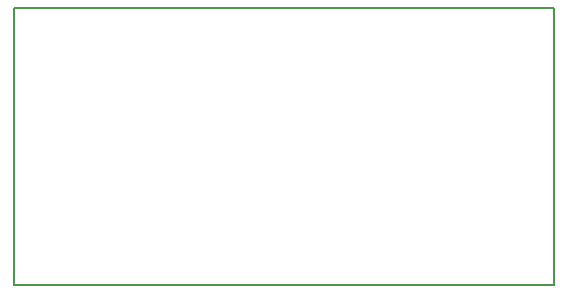
<source format=gm1>
G04 #@! TF.GenerationSoftware,KiCad,Pcbnew,5.0.2-bee76a0~70~ubuntu18.04.1*
G04 #@! TF.CreationDate,2019-03-07T22:18:03-05:00*
G04 #@! TF.ProjectId,mixer,6d697865-722e-46b6-9963-61645f706362,rev?*
G04 #@! TF.SameCoordinates,Original*
G04 #@! TF.FileFunction,Profile,NP*
%FSLAX46Y46*%
G04 Gerber Fmt 4.6, Leading zero omitted, Abs format (unit mm)*
G04 Created by KiCad (PCBNEW 5.0.2-bee76a0~70~ubuntu18.04.1) date Thu 07 Mar 2019 10:18:03 PM EST*
%MOMM*%
%LPD*%
G01*
G04 APERTURE LIST*
%ADD10C,0.150000*%
G04 APERTURE END LIST*
D10*
X115570000Y-90170000D02*
X115570000Y-66675000D01*
X161290000Y-90170000D02*
X115570000Y-90170000D01*
X161290000Y-66675000D02*
X161290000Y-90170000D01*
X115570000Y-66675000D02*
X161290000Y-66675000D01*
M02*

</source>
